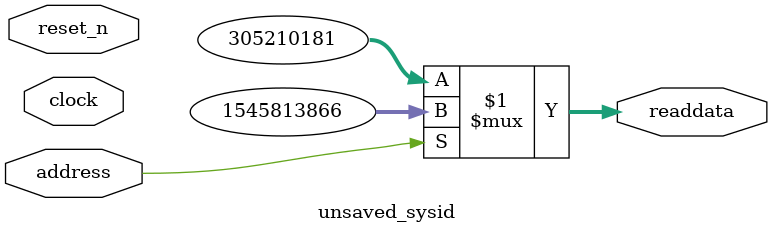
<source format=v>



// synthesis translate_off
`timescale 1ns / 1ps
// synthesis translate_on

// turn off superfluous verilog processor warnings 
// altera message_level Level1 
// altera message_off 10034 10035 10036 10037 10230 10240 10030 

module unsaved_sysid (
               // inputs:
                address,
                clock,
                reset_n,

               // outputs:
                readdata
             )
;

  output  [ 31: 0] readdata;
  input            address;
  input            clock;
  input            reset_n;

  wire    [ 31: 0] readdata;
  //control_slave, which is an e_avalon_slave
  assign readdata = address ? 1545813866 : 305210181;

endmodule



</source>
